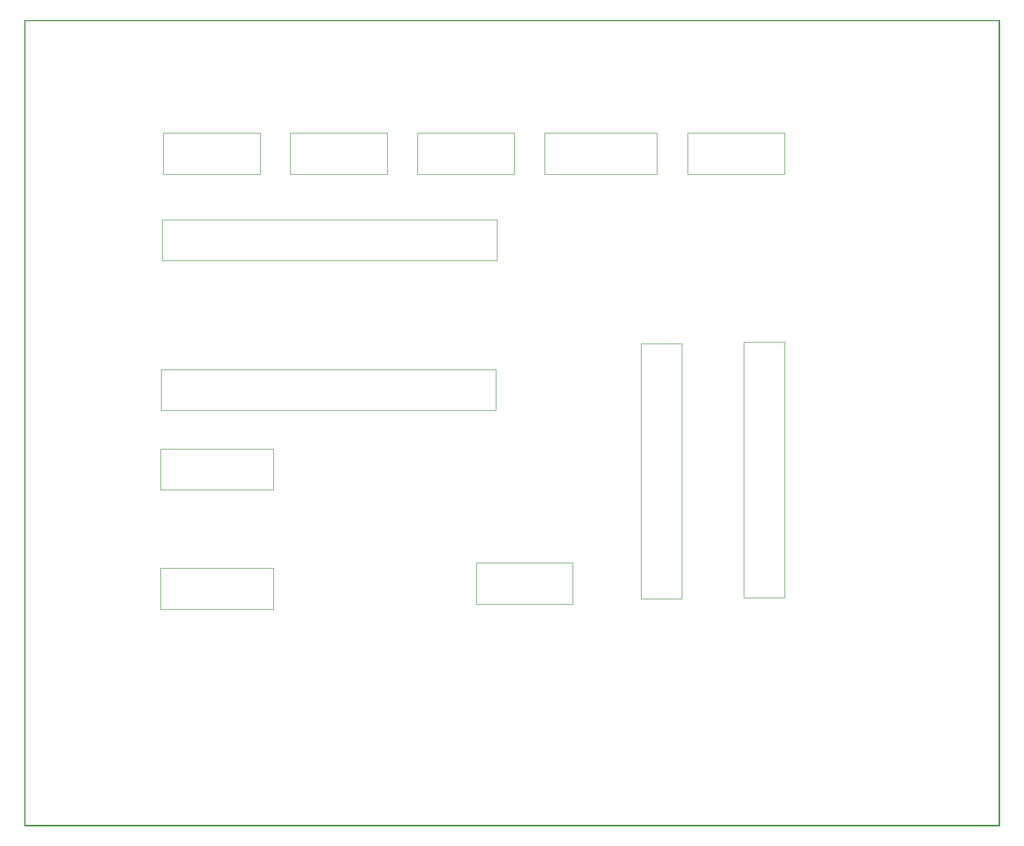
<source format=gbr>
%FSLAX44Y44*%
%OFA0.0000B0.0000*%
%SFA1B1*%
%MOMM*%
%ADD10C,0.0000X0.0000X0.0000*%
%ADD11C,0.2032X0.0000X0.0000*%
%LNTOP_outline*%
%LPD*%
G54D10*
X-1047784Y614116D2*
X-1202216Y614116D1*
X-1047784Y548584D2*
X-1047784Y614116D1*
X-1202216Y548584D2*
X-1047784Y548584D1*
X-1202216Y614116D2*
X-1202216Y548584D1*
X-209584Y614116D2*
X-364016Y614116D1*
X-209584Y548584D2*
X-209584Y614116D1*
X-364016Y548584D2*
X-209584Y548584D1*
X-364016Y614116D2*
X-364016Y548584D1*
X-1026484Y108916D2*
X-1206316Y108916D1*
X-1026484Y43384D2*
X-1026484Y108916D1*
X-1206316Y43384D2*
X-1026484Y43384D1*
X-1206316Y108916D2*
X-1206316Y43384D1*
X-844384Y614116D2*
X-998816Y614116D1*
X-844384Y548584D2*
X-844384Y614116D1*
X-998816Y548584D2*
X-844384Y548584D1*
X-998816Y614116D2*
X-998816Y548584D1*
X-702216Y-139116D2*
X-547784Y-139116D1*
X-702216Y-73584D2*
X-702216Y-139116D1*
X-547784Y-73584D2*
X-702216Y-73584D1*
X-547784Y-139116D2*
X-547784Y-73584D1*
X-641384Y614116D2*
X-795816Y614116D1*
X-641384Y548584D2*
X-641384Y614116D1*
X-795816Y548584D2*
X-641384Y548584D1*
X-795816Y614116D2*
X-795816Y548584D1*
X-1206316Y-147536D2*
X-1026484Y-147536D1*
X-1206316Y-82004D2*
X-1206316Y-147536D1*
X-1026484Y-82004D2*
X-1206316Y-82004D1*
X-1026484Y-147536D2*
X-1026484Y-82004D1*
X-412984Y614116D2*
X-592816Y614116D1*
X-412984Y548584D2*
X-412984Y614116D1*
X-592816Y548584D2*
X-412984Y548584D1*
X-592816Y614116D2*
X-592816Y548584D1*
X-373584Y-130816D2*
X-439116Y-130816D1*
X-373584Y277616D2*
X-373584Y-130816D1*
X-439116Y277616D2*
X-373584Y277616D1*
X-439116Y-130816D2*
X-439116Y277616D1*
X-274486Y279426D2*
X-208954Y279426D1*
X-274486Y-129006D2*
X-274486Y279426D1*
X-208954Y-129006D2*
X-274486Y-129006D1*
X-208954Y279426D2*
X-208954Y-129006D1*
X-1206216Y170484D2*
X-670784Y170484D1*
X-1206216Y236016D2*
X-1206216Y170484D1*
X-670784Y236016D2*
X-1206216Y236016D1*
X-670784Y170484D2*
X-670784Y236016D1*
X-668784Y475716D2*
X-1204216Y475716D1*
X-668784Y410184D2*
X-668784Y475716D1*
X-1204216Y410184D2*
X-668784Y410184D1*
X-1204216Y475716D2*
X-1204216Y410184D1*
X-1424216Y794816D2*
X-1424216Y-494016D1*
X134516Y794816D2*
X-1424216Y794816D1*
X134516Y-494016D2*
X134516Y794816D1*
X-1424216Y-494016D2*
X134516Y-494016D1*
G54D11*
X-1423200Y793800D2*
X-1423200Y-493000D1*
X133500Y793800D2*
X-1423200Y793800D1*
X133500Y-493000D2*
X133500Y793800D1*
X-1423200Y-493000D2*
X133500Y-493000D1*
M02*

</source>
